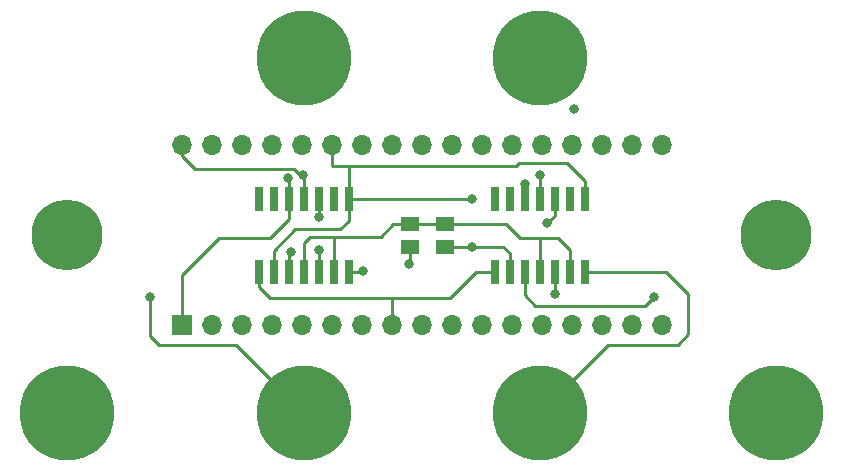
<source format=gbr>
G04 #@! TF.FileFunction,Copper,L1,Top,Signal*
%FSLAX46Y46*%
G04 Gerber Fmt 4.6, Leading zero omitted, Abs format (unit mm)*
G04 Created by KiCad (PCBNEW 4.0.7-e2-6376~58~ubuntu16.04.1) date Fri Oct  5 04:37:02 2018*
%MOMM*%
%LPD*%
G01*
G04 APERTURE LIST*
%ADD10C,0.100000*%
%ADD11R,0.660400X2.032000*%
%ADD12R,1.500000X1.295400*%
%ADD13O,1.700000X1.700000*%
%ADD14R,1.700000X1.700000*%
%ADD15C,8.000000*%
%ADD16C,6.000000*%
%ADD17C,0.800000*%
%ADD18C,0.250000*%
G04 APERTURE END LIST*
D10*
D11*
X94810000Y-74926600D03*
X93540000Y-74926600D03*
X92270000Y-74926600D03*
X91000000Y-74926600D03*
X89730000Y-74926600D03*
X88460000Y-74926600D03*
X87190000Y-74926600D03*
X87190000Y-81073400D03*
X88460000Y-81073400D03*
X91000000Y-81073400D03*
X92270000Y-81073400D03*
X93540000Y-81073400D03*
X94810000Y-81073400D03*
X89730000Y-81073400D03*
X114810000Y-74926600D03*
X113540000Y-74926600D03*
X112270000Y-74926600D03*
X111000000Y-74926600D03*
X109730000Y-74926600D03*
X108460000Y-74926600D03*
X107190000Y-74926600D03*
X107190000Y-81073400D03*
X108460000Y-81073400D03*
X111000000Y-81073400D03*
X112270000Y-81073400D03*
X113540000Y-81073400D03*
X114810000Y-81073400D03*
X109730000Y-81073400D03*
D12*
X100000000Y-77050000D03*
X100000000Y-78950000D03*
X103000000Y-78950000D03*
X103000000Y-77050000D03*
D13*
X80680000Y-70380000D03*
X121320000Y-70380000D03*
X118780000Y-70380000D03*
X116240000Y-70380000D03*
X113700000Y-70380000D03*
X111160000Y-70380000D03*
X108620000Y-70380000D03*
X106080000Y-70380000D03*
X103540000Y-70380000D03*
X101000000Y-70380000D03*
X98460000Y-70380000D03*
X95920000Y-70380000D03*
X93380000Y-70380000D03*
X90840000Y-70380000D03*
X88300000Y-70380000D03*
X85760000Y-70380000D03*
X83220000Y-70380000D03*
D14*
X80680000Y-85620000D03*
D13*
X83220000Y-85620000D03*
X85760000Y-85620000D03*
X88300000Y-85620000D03*
X90840000Y-85620000D03*
X93380000Y-85620000D03*
X95920000Y-85620000D03*
X98460000Y-85620000D03*
X101000000Y-85620000D03*
X103540000Y-85620000D03*
X106080000Y-85620000D03*
X108620000Y-85620000D03*
X111160000Y-85620000D03*
X113700000Y-85620000D03*
X116240000Y-85620000D03*
X118780000Y-85620000D03*
X121320000Y-85620000D03*
D15*
X71000000Y-93000000D03*
X91000000Y-93000000D03*
X111000000Y-93000000D03*
X131000000Y-93000000D03*
X91000000Y-63000000D03*
X111000000Y-63000000D03*
D16*
X71000000Y-78000000D03*
X131000000Y-78000000D03*
D17*
X112268000Y-82931000D03*
X113919000Y-67310000D03*
X99949000Y-80391000D03*
X92329000Y-79248000D03*
X110998000Y-72898000D03*
X90932000Y-72898000D03*
X109728000Y-73660000D03*
X89662000Y-73152000D03*
X92329000Y-76454000D03*
X111633000Y-76962000D03*
X105283000Y-78994000D03*
X105283000Y-74930000D03*
X96012000Y-81026000D03*
X89916000Y-79375000D03*
X77978000Y-83185000D03*
X120650000Y-83185000D03*
D18*
X112270000Y-81073400D02*
X112270000Y-82929000D01*
X112270000Y-82929000D02*
X112268000Y-82931000D01*
X100000000Y-78950000D02*
X100000000Y-80340000D01*
X100000000Y-80340000D02*
X99949000Y-80391000D01*
X92270000Y-81073400D02*
X92270000Y-79307000D01*
X92270000Y-79307000D02*
X92329000Y-79248000D01*
X113540000Y-79375000D02*
X113540000Y-79250000D01*
X113540000Y-79250000D02*
X113284000Y-78994000D01*
X111000000Y-81073400D02*
X111000000Y-78232000D01*
X111000000Y-78232000D02*
X110998000Y-78232000D01*
X113540000Y-81073400D02*
X113540000Y-79375000D01*
X113284000Y-78994000D02*
X112522000Y-78232000D01*
X112522000Y-78232000D02*
X110998000Y-78232000D01*
X109347000Y-78232000D02*
X108165000Y-77050000D01*
X108165000Y-77050000D02*
X103000000Y-77050000D01*
X110998000Y-78232000D02*
X109347000Y-78232000D01*
X93472000Y-78105000D02*
X97536000Y-78105000D01*
X97536000Y-78105000D02*
X98591000Y-77050000D01*
X91000000Y-81073400D02*
X91000000Y-78672000D01*
X91567000Y-78105000D02*
X93472000Y-78105000D01*
X93472000Y-78105000D02*
X93540000Y-78105000D01*
X91000000Y-78672000D02*
X91567000Y-78105000D01*
X93540000Y-81073400D02*
X93540000Y-78105000D01*
X98591000Y-77050000D02*
X100000000Y-77050000D01*
X110998000Y-81071400D02*
X111000000Y-81073400D01*
X103000000Y-77050000D02*
X100000000Y-77050000D01*
X91000000Y-74926600D02*
X91000000Y-72966000D01*
X111000000Y-72900000D02*
X111000000Y-74926600D01*
X110998000Y-72898000D02*
X111000000Y-72900000D01*
X91000000Y-72966000D02*
X90932000Y-72898000D01*
X91000000Y-74926600D02*
X91000000Y-73220000D01*
X80680000Y-71282000D02*
X80680000Y-70380000D01*
X81788000Y-72390000D02*
X80680000Y-71282000D01*
X90170000Y-72390000D02*
X81788000Y-72390000D01*
X91000000Y-73220000D02*
X90170000Y-72390000D01*
X89730000Y-74926600D02*
X89730000Y-73220000D01*
X109730000Y-73662000D02*
X109730000Y-74926600D01*
X109728000Y-73660000D02*
X109730000Y-73662000D01*
X89730000Y-73220000D02*
X89662000Y-73152000D01*
X89730000Y-74926600D02*
X89730000Y-76640000D01*
X80680000Y-81372000D02*
X80680000Y-85620000D01*
X83820000Y-78232000D02*
X80680000Y-81372000D01*
X88138000Y-78232000D02*
X83820000Y-78232000D01*
X89730000Y-76640000D02*
X88138000Y-78232000D01*
X98460000Y-85620000D02*
X98460000Y-83312000D01*
X98460000Y-83312000D02*
X98552000Y-83312000D01*
X107190000Y-81073400D02*
X105616600Y-81073400D01*
X87190000Y-82364000D02*
X87190000Y-81073400D01*
X88138000Y-83312000D02*
X87190000Y-82364000D01*
X103378000Y-83312000D02*
X98552000Y-83312000D01*
X98552000Y-83312000D02*
X88138000Y-83312000D01*
X105616600Y-81073400D02*
X103378000Y-83312000D01*
X92270000Y-74926600D02*
X92270000Y-76395000D01*
X92270000Y-76395000D02*
X92329000Y-76454000D01*
X112270000Y-74926600D02*
X112270000Y-76325000D01*
X112270000Y-76325000D02*
X111633000Y-76962000D01*
X94810000Y-74926600D02*
X105279600Y-74926600D01*
X105283000Y-78994000D02*
X105283000Y-78950000D01*
X105279600Y-74926600D02*
X105283000Y-74930000D01*
X94810000Y-76454000D02*
X94810000Y-76767000D01*
X94107000Y-77470000D02*
X90297000Y-77470000D01*
X94810000Y-76767000D02*
X94107000Y-77470000D01*
X88460000Y-81073400D02*
X88460000Y-79307000D01*
X88460000Y-79307000D02*
X90297000Y-77470000D01*
X94810000Y-76454000D02*
X94810000Y-74926600D01*
X94810000Y-74926600D02*
X94810000Y-72136000D01*
X94810000Y-72136000D02*
X94742000Y-72136000D01*
X93380000Y-72136000D02*
X93472000Y-72136000D01*
X94742000Y-72136000D02*
X93853000Y-72136000D01*
X93472000Y-72136000D02*
X93853000Y-72136000D01*
X93380000Y-70380000D02*
X93380000Y-72136000D01*
X94742000Y-74858600D02*
X94810000Y-74926600D01*
X108966000Y-72136000D02*
X94742000Y-72136000D01*
X114810000Y-73662000D02*
X114810000Y-73408000D01*
X114810000Y-74926600D02*
X114810000Y-73662000D01*
X109220000Y-71882000D02*
X108966000Y-72136000D01*
X113284000Y-71882000D02*
X109220000Y-71882000D01*
X114810000Y-73408000D02*
X113284000Y-71882000D01*
X103000000Y-78950000D02*
X105283000Y-78950000D01*
X105283000Y-78950000D02*
X107906000Y-78950000D01*
X107906000Y-78950000D02*
X108460000Y-79504000D01*
X108460000Y-79504000D02*
X108460000Y-81073400D01*
X94810000Y-81073400D02*
X95964600Y-81073400D01*
X95964600Y-81073400D02*
X96012000Y-81026000D01*
X89730000Y-79561000D02*
X89916000Y-79375000D01*
X77978000Y-83185000D02*
X77978000Y-85725000D01*
X77978000Y-85725000D02*
X77978000Y-86487000D01*
X77978000Y-86487000D02*
X78740000Y-87249000D01*
X78740000Y-87249000D02*
X85249000Y-87249000D01*
X91000000Y-93000000D02*
X85249000Y-87249000D01*
X89730000Y-79561000D02*
X89730000Y-81073400D01*
X114810000Y-81073400D02*
X121713400Y-81073400D01*
X116751000Y-87249000D02*
X111000000Y-93000000D01*
X122682000Y-87249000D02*
X116751000Y-87249000D01*
X123571000Y-86360000D02*
X122682000Y-87249000D01*
X123571000Y-82931000D02*
X123571000Y-86360000D01*
X121713400Y-81073400D02*
X123571000Y-82931000D01*
X109730000Y-81073400D02*
X109730000Y-83060000D01*
X119888000Y-83947000D02*
X120650000Y-83185000D01*
X110617000Y-83947000D02*
X119888000Y-83947000D01*
X109730000Y-83060000D02*
X110617000Y-83947000D01*
M02*

</source>
